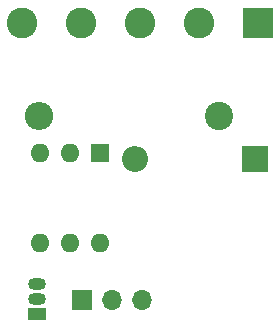
<source format=gbr>
%TF.GenerationSoftware,KiCad,Pcbnew,7.0.6-1.fc38*%
%TF.CreationDate,2023-08-14T17:52:24+02:00*%
%TF.ProjectId,220V_OPTO_SWITCH,32323056-5f4f-4505-944f-5f5357495443,rev?*%
%TF.SameCoordinates,Original*%
%TF.FileFunction,Soldermask,Bot*%
%TF.FilePolarity,Negative*%
%FSLAX46Y46*%
G04 Gerber Fmt 4.6, Leading zero omitted, Abs format (unit mm)*
G04 Created by KiCad (PCBNEW 7.0.6-1.fc38) date 2023-08-14 17:52:24*
%MOMM*%
%LPD*%
G01*
G04 APERTURE LIST*
%ADD10R,1.600000X1.600000*%
%ADD11O,1.600000X1.600000*%
%ADD12C,2.400000*%
%ADD13O,2.400000X2.400000*%
%ADD14R,1.500000X1.050000*%
%ADD15O,1.500000X1.050000*%
%ADD16R,1.700000X1.700000*%
%ADD17O,1.700000X1.700000*%
%ADD18R,2.600000X2.600000*%
%ADD19C,2.600000*%
%ADD20R,2.200000X2.200000*%
%ADD21O,2.200000X2.200000*%
G04 APERTURE END LIST*
D10*
%TO.C,U1*%
X95631000Y-79375000D03*
D11*
X93091000Y-79375000D03*
X90551000Y-79375000D03*
X90551000Y-86995000D03*
X93091000Y-86995000D03*
X95631000Y-86995000D03*
%TD*%
D12*
%TO.C,R1*%
X105664000Y-76200000D03*
D13*
X90424000Y-76200000D03*
%TD*%
D14*
%TO.C,Q1*%
X90297000Y-92964000D03*
D15*
X90297000Y-91694000D03*
X90297000Y-90424000D03*
%TD*%
D16*
%TO.C,J2*%
X94107000Y-91821000D03*
D17*
X96647000Y-91821000D03*
X99187000Y-91821000D03*
%TD*%
D18*
%TO.C,J1*%
X109013000Y-68326000D03*
D19*
X104013000Y-68326000D03*
X99013000Y-68326000D03*
X94013000Y-68326000D03*
X89013000Y-68326000D03*
%TD*%
D20*
%TO.C,D1*%
X108712000Y-79883000D03*
D21*
X98552000Y-79883000D03*
%TD*%
M02*

</source>
